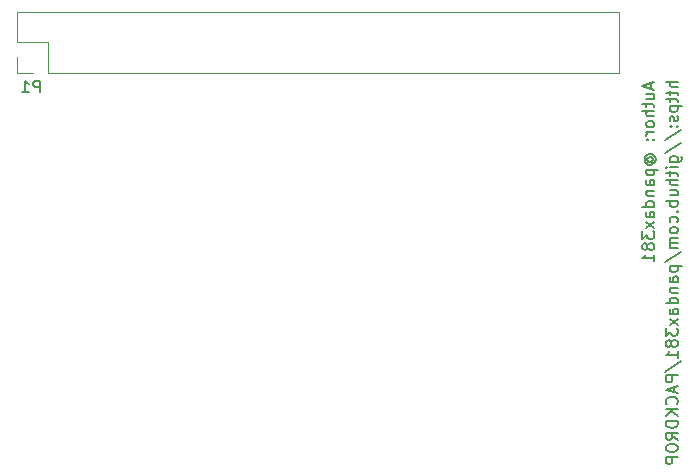
<source format=gbo>
G04 #@! TF.GenerationSoftware,KiCad,Pcbnew,5.1.2-f72e74a~84~ubuntu18.10.1*
G04 #@! TF.CreationDate,2019-07-04T17:38:07+09:00*
G04 #@! TF.ProjectId,RPI_HAT,5250495f-4841-4542-9e6b-696361645f70,rev?*
G04 #@! TF.SameCoordinates,Original*
G04 #@! TF.FileFunction,Legend,Bot*
G04 #@! TF.FilePolarity,Positive*
%FSLAX46Y46*%
G04 Gerber Fmt 4.6, Leading zero omitted, Abs format (unit mm)*
G04 Created by KiCad (PCBNEW 5.1.2-f72e74a~84~ubuntu18.10.1) date 2019-07-04 17:38:07*
%MOMM*%
%LPD*%
G04 APERTURE LIST*
%ADD10C,0.150000*%
%ADD11C,0.120000*%
G04 APERTURE END LIST*
D10*
X260666666Y-100952380D02*
X260666666Y-101428571D01*
X260952380Y-100857142D02*
X259952380Y-101190476D01*
X260952380Y-101523809D01*
X260285714Y-102285714D02*
X260952380Y-102285714D01*
X260285714Y-101857142D02*
X260809523Y-101857142D01*
X260904761Y-101904761D01*
X260952380Y-101999999D01*
X260952380Y-102142857D01*
X260904761Y-102238095D01*
X260857142Y-102285714D01*
X260285714Y-102619047D02*
X260285714Y-102999999D01*
X259952380Y-102761904D02*
X260809523Y-102761904D01*
X260904761Y-102809523D01*
X260952380Y-102904761D01*
X260952380Y-102999999D01*
X260952380Y-103333333D02*
X259952380Y-103333333D01*
X260952380Y-103761904D02*
X260428571Y-103761904D01*
X260333333Y-103714285D01*
X260285714Y-103619047D01*
X260285714Y-103476190D01*
X260333333Y-103380952D01*
X260380952Y-103333333D01*
X260952380Y-104380952D02*
X260904761Y-104285714D01*
X260857142Y-104238095D01*
X260761904Y-104190476D01*
X260476190Y-104190476D01*
X260380952Y-104238095D01*
X260333333Y-104285714D01*
X260285714Y-104380952D01*
X260285714Y-104523809D01*
X260333333Y-104619047D01*
X260380952Y-104666666D01*
X260476190Y-104714285D01*
X260761904Y-104714285D01*
X260857142Y-104666666D01*
X260904761Y-104619047D01*
X260952380Y-104523809D01*
X260952380Y-104380952D01*
X260952380Y-105142857D02*
X260285714Y-105142857D01*
X260476190Y-105142857D02*
X260380952Y-105190476D01*
X260333333Y-105238095D01*
X260285714Y-105333333D01*
X260285714Y-105428571D01*
X260857142Y-105761904D02*
X260904761Y-105809523D01*
X260952380Y-105761904D01*
X260904761Y-105714285D01*
X260857142Y-105761904D01*
X260952380Y-105761904D01*
X260333333Y-105761904D02*
X260380952Y-105809523D01*
X260428571Y-105761904D01*
X260380952Y-105714285D01*
X260333333Y-105761904D01*
X260428571Y-105761904D01*
X260476190Y-107619047D02*
X260428571Y-107571428D01*
X260380952Y-107476190D01*
X260380952Y-107380952D01*
X260428571Y-107285714D01*
X260476190Y-107238095D01*
X260571428Y-107190476D01*
X260666666Y-107190476D01*
X260761904Y-107238095D01*
X260809523Y-107285714D01*
X260857142Y-107380952D01*
X260857142Y-107476190D01*
X260809523Y-107571428D01*
X260761904Y-107619047D01*
X260380952Y-107619047D02*
X260761904Y-107619047D01*
X260809523Y-107666666D01*
X260809523Y-107714285D01*
X260761904Y-107809523D01*
X260666666Y-107857142D01*
X260428571Y-107857142D01*
X260285714Y-107761904D01*
X260190476Y-107619047D01*
X260142857Y-107428571D01*
X260190476Y-107238095D01*
X260285714Y-107095238D01*
X260428571Y-106999999D01*
X260619047Y-106952380D01*
X260809523Y-106999999D01*
X260952380Y-107095238D01*
X261047619Y-107238095D01*
X261095238Y-107428571D01*
X261047619Y-107619047D01*
X260952380Y-107761904D01*
X260285714Y-108285714D02*
X261285714Y-108285714D01*
X260333333Y-108285714D02*
X260285714Y-108380952D01*
X260285714Y-108571428D01*
X260333333Y-108666666D01*
X260380952Y-108714285D01*
X260476190Y-108761904D01*
X260761904Y-108761904D01*
X260857142Y-108714285D01*
X260904761Y-108666666D01*
X260952380Y-108571428D01*
X260952380Y-108380952D01*
X260904761Y-108285714D01*
X260952380Y-109619047D02*
X260428571Y-109619047D01*
X260333333Y-109571428D01*
X260285714Y-109476190D01*
X260285714Y-109285714D01*
X260333333Y-109190476D01*
X260904761Y-109619047D02*
X260952380Y-109523809D01*
X260952380Y-109285714D01*
X260904761Y-109190476D01*
X260809523Y-109142857D01*
X260714285Y-109142857D01*
X260619047Y-109190476D01*
X260571428Y-109285714D01*
X260571428Y-109523809D01*
X260523809Y-109619047D01*
X260285714Y-110095238D02*
X260952380Y-110095238D01*
X260380952Y-110095238D02*
X260333333Y-110142857D01*
X260285714Y-110238095D01*
X260285714Y-110380952D01*
X260333333Y-110476190D01*
X260428571Y-110523809D01*
X260952380Y-110523809D01*
X260952380Y-111428571D02*
X259952380Y-111428571D01*
X260904761Y-111428571D02*
X260952380Y-111333333D01*
X260952380Y-111142857D01*
X260904761Y-111047619D01*
X260857142Y-110999999D01*
X260761904Y-110952380D01*
X260476190Y-110952380D01*
X260380952Y-110999999D01*
X260333333Y-111047619D01*
X260285714Y-111142857D01*
X260285714Y-111333333D01*
X260333333Y-111428571D01*
X260952380Y-112333333D02*
X260428571Y-112333333D01*
X260333333Y-112285714D01*
X260285714Y-112190476D01*
X260285714Y-111999999D01*
X260333333Y-111904761D01*
X260904761Y-112333333D02*
X260952380Y-112238095D01*
X260952380Y-111999999D01*
X260904761Y-111904761D01*
X260809523Y-111857142D01*
X260714285Y-111857142D01*
X260619047Y-111904761D01*
X260571428Y-111999999D01*
X260571428Y-112238095D01*
X260523809Y-112333333D01*
X260952380Y-112714285D02*
X260285714Y-113238095D01*
X260285714Y-112714285D02*
X260952380Y-113238095D01*
X259952380Y-113523809D02*
X259952380Y-114142857D01*
X260333333Y-113809523D01*
X260333333Y-113952380D01*
X260380952Y-114047619D01*
X260428571Y-114095238D01*
X260523809Y-114142857D01*
X260761904Y-114142857D01*
X260857142Y-114095238D01*
X260904761Y-114047619D01*
X260952380Y-113952380D01*
X260952380Y-113666666D01*
X260904761Y-113571428D01*
X260857142Y-113523809D01*
X260380952Y-114714285D02*
X260333333Y-114619047D01*
X260285714Y-114571428D01*
X260190476Y-114523809D01*
X260142857Y-114523809D01*
X260047619Y-114571428D01*
X260000000Y-114619047D01*
X259952380Y-114714285D01*
X259952380Y-114904761D01*
X260000000Y-114999999D01*
X260047619Y-115047619D01*
X260142857Y-115095238D01*
X260190476Y-115095238D01*
X260285714Y-115047619D01*
X260333333Y-114999999D01*
X260380952Y-114904761D01*
X260380952Y-114714285D01*
X260428571Y-114619047D01*
X260476190Y-114571428D01*
X260571428Y-114523809D01*
X260761904Y-114523809D01*
X260857142Y-114571428D01*
X260904761Y-114619047D01*
X260952380Y-114714285D01*
X260952380Y-114904761D01*
X260904761Y-114999999D01*
X260857142Y-115047619D01*
X260761904Y-115095238D01*
X260571428Y-115095238D01*
X260476190Y-115047619D01*
X260428571Y-114999999D01*
X260380952Y-114904761D01*
X260952380Y-116047619D02*
X260952380Y-115476190D01*
X260952380Y-115761904D02*
X259952380Y-115761904D01*
X260095238Y-115666666D01*
X260190476Y-115571428D01*
X260238095Y-115476190D01*
X262952380Y-100857142D02*
X261952380Y-100857142D01*
X262952380Y-101285714D02*
X262428571Y-101285714D01*
X262333333Y-101238095D01*
X262285714Y-101142857D01*
X262285714Y-101000000D01*
X262333333Y-100904761D01*
X262380952Y-100857142D01*
X262285714Y-101619047D02*
X262285714Y-102000000D01*
X261952380Y-101761904D02*
X262809523Y-101761904D01*
X262904761Y-101809523D01*
X262952380Y-101904761D01*
X262952380Y-102000000D01*
X262285714Y-102190476D02*
X262285714Y-102571428D01*
X261952380Y-102333333D02*
X262809523Y-102333333D01*
X262904761Y-102380952D01*
X262952380Y-102476190D01*
X262952380Y-102571428D01*
X262285714Y-102904761D02*
X263285714Y-102904761D01*
X262333333Y-102904761D02*
X262285714Y-103000000D01*
X262285714Y-103190476D01*
X262333333Y-103285714D01*
X262380952Y-103333333D01*
X262476190Y-103380952D01*
X262761904Y-103380952D01*
X262857142Y-103333333D01*
X262904761Y-103285714D01*
X262952380Y-103190476D01*
X262952380Y-103000000D01*
X262904761Y-102904761D01*
X262904761Y-103761904D02*
X262952380Y-103857142D01*
X262952380Y-104047619D01*
X262904761Y-104142857D01*
X262809523Y-104190476D01*
X262761904Y-104190476D01*
X262666666Y-104142857D01*
X262619047Y-104047619D01*
X262619047Y-103904761D01*
X262571428Y-103809523D01*
X262476190Y-103761904D01*
X262428571Y-103761904D01*
X262333333Y-103809523D01*
X262285714Y-103904761D01*
X262285714Y-104047619D01*
X262333333Y-104142857D01*
X262857142Y-104619047D02*
X262904761Y-104666666D01*
X262952380Y-104619047D01*
X262904761Y-104571428D01*
X262857142Y-104619047D01*
X262952380Y-104619047D01*
X262333333Y-104619047D02*
X262380952Y-104666666D01*
X262428571Y-104619047D01*
X262380952Y-104571428D01*
X262333333Y-104619047D01*
X262428571Y-104619047D01*
X261904761Y-105809523D02*
X263190476Y-104952380D01*
X261904761Y-106857142D02*
X263190476Y-106000000D01*
X262285714Y-107619047D02*
X263095238Y-107619047D01*
X263190476Y-107571428D01*
X263238095Y-107523809D01*
X263285714Y-107428571D01*
X263285714Y-107285714D01*
X263238095Y-107190476D01*
X262904761Y-107619047D02*
X262952380Y-107523809D01*
X262952380Y-107333333D01*
X262904761Y-107238095D01*
X262857142Y-107190476D01*
X262761904Y-107142857D01*
X262476190Y-107142857D01*
X262380952Y-107190476D01*
X262333333Y-107238095D01*
X262285714Y-107333333D01*
X262285714Y-107523809D01*
X262333333Y-107619047D01*
X262952380Y-108095238D02*
X262285714Y-108095238D01*
X261952380Y-108095238D02*
X262000000Y-108047619D01*
X262047619Y-108095238D01*
X262000000Y-108142857D01*
X261952380Y-108095238D01*
X262047619Y-108095238D01*
X262285714Y-108428571D02*
X262285714Y-108809523D01*
X261952380Y-108571428D02*
X262809523Y-108571428D01*
X262904761Y-108619047D01*
X262952380Y-108714285D01*
X262952380Y-108809523D01*
X262952380Y-109142857D02*
X261952380Y-109142857D01*
X262952380Y-109571428D02*
X262428571Y-109571428D01*
X262333333Y-109523809D01*
X262285714Y-109428571D01*
X262285714Y-109285714D01*
X262333333Y-109190476D01*
X262380952Y-109142857D01*
X262285714Y-110476190D02*
X262952380Y-110476190D01*
X262285714Y-110047619D02*
X262809523Y-110047619D01*
X262904761Y-110095238D01*
X262952380Y-110190476D01*
X262952380Y-110333333D01*
X262904761Y-110428571D01*
X262857142Y-110476190D01*
X262952380Y-110952380D02*
X261952380Y-110952380D01*
X262333333Y-110952380D02*
X262285714Y-111047619D01*
X262285714Y-111238095D01*
X262333333Y-111333333D01*
X262380952Y-111380952D01*
X262476190Y-111428571D01*
X262761904Y-111428571D01*
X262857142Y-111380952D01*
X262904761Y-111333333D01*
X262952380Y-111238095D01*
X262952380Y-111047619D01*
X262904761Y-110952380D01*
X262857142Y-111857142D02*
X262904761Y-111904761D01*
X262952380Y-111857142D01*
X262904761Y-111809523D01*
X262857142Y-111857142D01*
X262952380Y-111857142D01*
X262904761Y-112761904D02*
X262952380Y-112666666D01*
X262952380Y-112476190D01*
X262904761Y-112380952D01*
X262857142Y-112333333D01*
X262761904Y-112285714D01*
X262476190Y-112285714D01*
X262380952Y-112333333D01*
X262333333Y-112380952D01*
X262285714Y-112476190D01*
X262285714Y-112666666D01*
X262333333Y-112761904D01*
X262952380Y-113333333D02*
X262904761Y-113238095D01*
X262857142Y-113190476D01*
X262761904Y-113142857D01*
X262476190Y-113142857D01*
X262380952Y-113190476D01*
X262333333Y-113238095D01*
X262285714Y-113333333D01*
X262285714Y-113476190D01*
X262333333Y-113571428D01*
X262380952Y-113619047D01*
X262476190Y-113666666D01*
X262761904Y-113666666D01*
X262857142Y-113619047D01*
X262904761Y-113571428D01*
X262952380Y-113476190D01*
X262952380Y-113333333D01*
X262952380Y-114095238D02*
X262285714Y-114095238D01*
X262380952Y-114095238D02*
X262333333Y-114142857D01*
X262285714Y-114238095D01*
X262285714Y-114380952D01*
X262333333Y-114476190D01*
X262428571Y-114523809D01*
X262952380Y-114523809D01*
X262428571Y-114523809D02*
X262333333Y-114571428D01*
X262285714Y-114666666D01*
X262285714Y-114809523D01*
X262333333Y-114904761D01*
X262428571Y-114952380D01*
X262952380Y-114952380D01*
X261904761Y-116142857D02*
X263190476Y-115285714D01*
X262285714Y-116476190D02*
X263285714Y-116476190D01*
X262333333Y-116476190D02*
X262285714Y-116571428D01*
X262285714Y-116761904D01*
X262333333Y-116857142D01*
X262380952Y-116904761D01*
X262476190Y-116952380D01*
X262761904Y-116952380D01*
X262857142Y-116904761D01*
X262904761Y-116857142D01*
X262952380Y-116761904D01*
X262952380Y-116571428D01*
X262904761Y-116476190D01*
X262952380Y-117809523D02*
X262428571Y-117809523D01*
X262333333Y-117761904D01*
X262285714Y-117666666D01*
X262285714Y-117476190D01*
X262333333Y-117380952D01*
X262904761Y-117809523D02*
X262952380Y-117714285D01*
X262952380Y-117476190D01*
X262904761Y-117380952D01*
X262809523Y-117333333D01*
X262714285Y-117333333D01*
X262619047Y-117380952D01*
X262571428Y-117476190D01*
X262571428Y-117714285D01*
X262523809Y-117809523D01*
X262285714Y-118285714D02*
X262952380Y-118285714D01*
X262380952Y-118285714D02*
X262333333Y-118333333D01*
X262285714Y-118428571D01*
X262285714Y-118571428D01*
X262333333Y-118666666D01*
X262428571Y-118714285D01*
X262952380Y-118714285D01*
X262952380Y-119619047D02*
X261952380Y-119619047D01*
X262904761Y-119619047D02*
X262952380Y-119523809D01*
X262952380Y-119333333D01*
X262904761Y-119238095D01*
X262857142Y-119190476D01*
X262761904Y-119142857D01*
X262476190Y-119142857D01*
X262380952Y-119190476D01*
X262333333Y-119238095D01*
X262285714Y-119333333D01*
X262285714Y-119523809D01*
X262333333Y-119619047D01*
X262952380Y-120523809D02*
X262428571Y-120523809D01*
X262333333Y-120476190D01*
X262285714Y-120380952D01*
X262285714Y-120190476D01*
X262333333Y-120095238D01*
X262904761Y-120523809D02*
X262952380Y-120428571D01*
X262952380Y-120190476D01*
X262904761Y-120095238D01*
X262809523Y-120047619D01*
X262714285Y-120047619D01*
X262619047Y-120095238D01*
X262571428Y-120190476D01*
X262571428Y-120428571D01*
X262523809Y-120523809D01*
X262952380Y-120904761D02*
X262285714Y-121428571D01*
X262285714Y-120904761D02*
X262952380Y-121428571D01*
X261952380Y-121714285D02*
X261952380Y-122333333D01*
X262333333Y-122000000D01*
X262333333Y-122142857D01*
X262380952Y-122238095D01*
X262428571Y-122285714D01*
X262523809Y-122333333D01*
X262761904Y-122333333D01*
X262857142Y-122285714D01*
X262904761Y-122238095D01*
X262952380Y-122142857D01*
X262952380Y-121857142D01*
X262904761Y-121761904D01*
X262857142Y-121714285D01*
X262380952Y-122904761D02*
X262333333Y-122809523D01*
X262285714Y-122761904D01*
X262190476Y-122714285D01*
X262142857Y-122714285D01*
X262047619Y-122761904D01*
X262000000Y-122809523D01*
X261952380Y-122904761D01*
X261952380Y-123095238D01*
X262000000Y-123190476D01*
X262047619Y-123238095D01*
X262142857Y-123285714D01*
X262190476Y-123285714D01*
X262285714Y-123238095D01*
X262333333Y-123190476D01*
X262380952Y-123095238D01*
X262380952Y-122904761D01*
X262428571Y-122809523D01*
X262476190Y-122761904D01*
X262571428Y-122714285D01*
X262761904Y-122714285D01*
X262857142Y-122761904D01*
X262904761Y-122809523D01*
X262952380Y-122904761D01*
X262952380Y-123095238D01*
X262904761Y-123190476D01*
X262857142Y-123238095D01*
X262761904Y-123285714D01*
X262571428Y-123285714D01*
X262476190Y-123238095D01*
X262428571Y-123190476D01*
X262380952Y-123095238D01*
X262952380Y-124238095D02*
X262952380Y-123666666D01*
X262952380Y-123952380D02*
X261952380Y-123952380D01*
X262095238Y-123857142D01*
X262190476Y-123761904D01*
X262238095Y-123666666D01*
X261904761Y-125380952D02*
X263190476Y-124523809D01*
X262952380Y-125714285D02*
X261952380Y-125714285D01*
X261952380Y-126095238D01*
X262000000Y-126190476D01*
X262047619Y-126238095D01*
X262142857Y-126285714D01*
X262285714Y-126285714D01*
X262380952Y-126238095D01*
X262428571Y-126190476D01*
X262476190Y-126095238D01*
X262476190Y-125714285D01*
X262666666Y-126666666D02*
X262666666Y-127142857D01*
X262952380Y-126571428D02*
X261952380Y-126904761D01*
X262952380Y-127238095D01*
X262857142Y-128142857D02*
X262904761Y-128095238D01*
X262952380Y-127952380D01*
X262952380Y-127857142D01*
X262904761Y-127714285D01*
X262809523Y-127619047D01*
X262714285Y-127571428D01*
X262523809Y-127523809D01*
X262380952Y-127523809D01*
X262190476Y-127571428D01*
X262095238Y-127619047D01*
X262000000Y-127714285D01*
X261952380Y-127857142D01*
X261952380Y-127952380D01*
X262000000Y-128095238D01*
X262047619Y-128142857D01*
X262952380Y-128571428D02*
X261952380Y-128571428D01*
X262952380Y-129142857D02*
X262380952Y-128714285D01*
X261952380Y-129142857D02*
X262523809Y-128571428D01*
X262952380Y-129571428D02*
X261952380Y-129571428D01*
X261952380Y-129809523D01*
X262000000Y-129952380D01*
X262095238Y-130047619D01*
X262190476Y-130095238D01*
X262380952Y-130142857D01*
X262523809Y-130142857D01*
X262714285Y-130095238D01*
X262809523Y-130047619D01*
X262904761Y-129952380D01*
X262952380Y-129809523D01*
X262952380Y-129571428D01*
X262952380Y-131142857D02*
X262476190Y-130809523D01*
X262952380Y-130571428D02*
X261952380Y-130571428D01*
X261952380Y-130952380D01*
X262000000Y-131047619D01*
X262047619Y-131095238D01*
X262142857Y-131142857D01*
X262285714Y-131142857D01*
X262380952Y-131095238D01*
X262428571Y-131047619D01*
X262476190Y-130952380D01*
X262476190Y-130571428D01*
X261952380Y-131761904D02*
X261952380Y-131952380D01*
X262000000Y-132047619D01*
X262095238Y-132142857D01*
X262285714Y-132190476D01*
X262619047Y-132190476D01*
X262809523Y-132142857D01*
X262904761Y-132047619D01*
X262952380Y-131952380D01*
X262952380Y-131761904D01*
X262904761Y-131666666D01*
X262809523Y-131571428D01*
X262619047Y-131523809D01*
X262285714Y-131523809D01*
X262095238Y-131571428D01*
X262000000Y-131666666D01*
X261952380Y-131761904D01*
X262952380Y-132619047D02*
X261952380Y-132619047D01*
X261952380Y-133000000D01*
X262000000Y-133095238D01*
X262047619Y-133142857D01*
X262142857Y-133190476D01*
X262285714Y-133190476D01*
X262380952Y-133142857D01*
X262428571Y-133095238D01*
X262476190Y-133000000D01*
X262476190Y-132619047D01*
D11*
X207040000Y-94900000D02*
X207040000Y-97500000D01*
X207040000Y-94900000D02*
X257960000Y-94900000D01*
X257960000Y-94900000D02*
X257960000Y-100100000D01*
X209640000Y-100100000D02*
X257960000Y-100100000D01*
X209640000Y-97500000D02*
X209640000Y-100100000D01*
X207040000Y-97500000D02*
X209640000Y-97500000D01*
X207040000Y-100100000D02*
X208370000Y-100100000D01*
X207040000Y-98770000D02*
X207040000Y-100100000D01*
D10*
X208938095Y-101752380D02*
X208938095Y-100752380D01*
X208557142Y-100752380D01*
X208461904Y-100800000D01*
X208414285Y-100847619D01*
X208366666Y-100942857D01*
X208366666Y-101085714D01*
X208414285Y-101180952D01*
X208461904Y-101228571D01*
X208557142Y-101276190D01*
X208938095Y-101276190D01*
X207414285Y-101752380D02*
X207985714Y-101752380D01*
X207700000Y-101752380D02*
X207700000Y-100752380D01*
X207795238Y-100895238D01*
X207890476Y-100990476D01*
X207985714Y-101038095D01*
M02*

</source>
